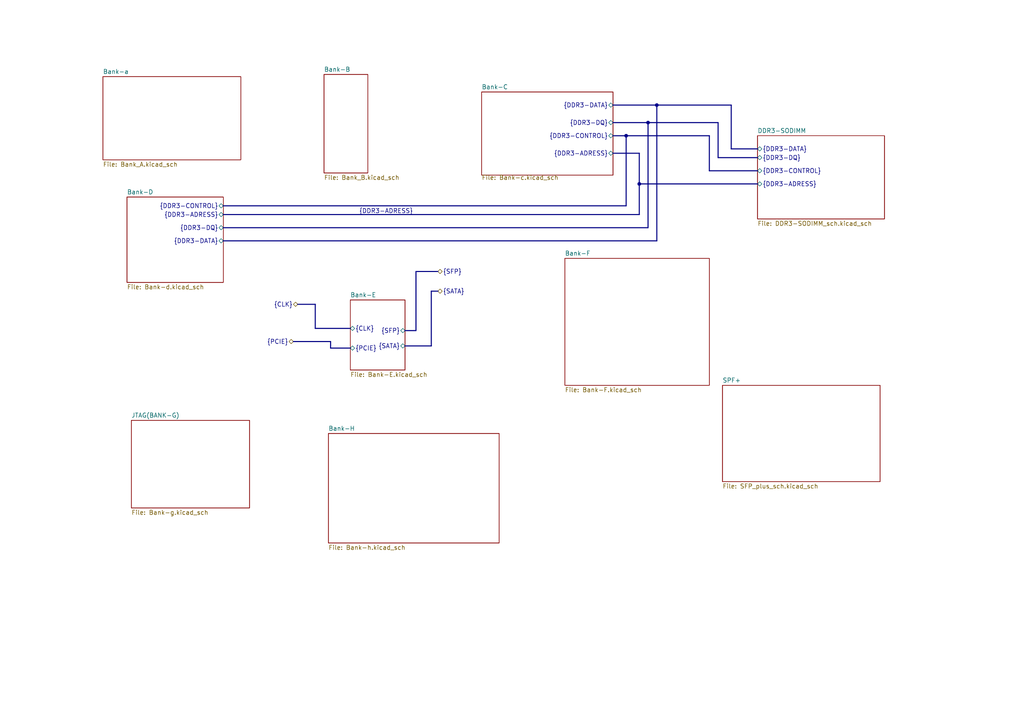
<source format=kicad_sch>
(kicad_sch
	(version 20231120)
	(generator "eeschema")
	(generator_version "8.0")
	(uuid "78f6b765-6b34-429a-bfd7-534442ceb3fa")
	(paper "A4")
	(lib_symbols)
	(junction
		(at 190.5 30.48)
		(diameter 0)
		(color 0 0 0 0)
		(uuid "2b4a6637-01cb-4e24-80e6-bc3173322110")
	)
	(junction
		(at 181.61 39.37)
		(diameter 0)
		(color 0 0 0 0)
		(uuid "9b85d88b-3edf-4536-a7a7-7c39342af647")
	)
	(junction
		(at 185.42 53.34)
		(diameter 0)
		(color 0 0 0 0)
		(uuid "a40c8acb-72b3-4e0f-98b0-d93fc6771e0c")
	)
	(junction
		(at 187.96 35.56)
		(diameter 0)
		(color 0 0 0 0)
		(uuid "e1a85c83-9b63-4080-a2d4-1c4f3532e707")
	)
	(bus
		(pts
			(xy 64.77 69.85) (xy 190.5 69.85)
		)
		(stroke
			(width 0)
			(type default)
		)
		(uuid "11044a44-e81d-4bf2-8ea4-7696ed7188bf")
	)
	(bus
		(pts
			(xy 212.09 43.18) (xy 212.09 30.48)
		)
		(stroke
			(width 0)
			(type default)
		)
		(uuid "125354d4-6c78-4261-9df7-69c93953f3ab")
	)
	(bus
		(pts
			(xy 219.71 43.18) (xy 212.09 43.18)
		)
		(stroke
			(width 0)
			(type default)
		)
		(uuid "1a773fdf-d749-4263-b021-8ae63447fafe")
	)
	(bus
		(pts
			(xy 212.09 30.48) (xy 190.5 30.48)
		)
		(stroke
			(width 0)
			(type default)
		)
		(uuid "1bb62ef2-3e3e-450a-92cd-277ee0587b99")
	)
	(bus
		(pts
			(xy 205.74 49.53) (xy 219.71 49.53)
		)
		(stroke
			(width 0)
			(type default)
		)
		(uuid "26843889-2ec4-48ef-a535-ed7fa3fc4590")
	)
	(bus
		(pts
			(xy 127 78.74) (xy 120.65 78.74)
		)
		(stroke
			(width 0)
			(type default)
		)
		(uuid "2d7c2c03-6ab0-47ec-8e3c-31d774647d48")
	)
	(bus
		(pts
			(xy 91.44 88.265) (xy 86.36 88.265)
		)
		(stroke
			(width 0)
			(type default)
		)
		(uuid "2dd662ac-30db-4e7a-b037-b6b0ccd798b8")
	)
	(bus
		(pts
			(xy 187.96 35.56) (xy 208.28 35.56)
		)
		(stroke
			(width 0)
			(type default)
		)
		(uuid "306e0b20-203c-4e45-92a0-e1c2d910634b")
	)
	(bus
		(pts
			(xy 117.475 100.33) (xy 125.095 100.33)
		)
		(stroke
			(width 0)
			(type default)
		)
		(uuid "5c3f53d6-f3ac-424f-a441-f763639e602e")
	)
	(bus
		(pts
			(xy 101.6 95.25) (xy 91.44 95.25)
		)
		(stroke
			(width 0)
			(type default)
		)
		(uuid "63c62b13-e5bd-471a-b6f1-4411b1e9df1c")
	)
	(bus
		(pts
			(xy 185.42 62.23) (xy 185.42 53.34)
		)
		(stroke
			(width 0)
			(type default)
		)
		(uuid "65d62432-d3f9-4823-99a4-0dc48e6034e8")
	)
	(bus
		(pts
			(xy 208.28 45.72) (xy 219.71 45.72)
		)
		(stroke
			(width 0)
			(type default)
		)
		(uuid "685ad514-01fa-4aa8-b904-01ca7841920c")
	)
	(bus
		(pts
			(xy 190.5 69.85) (xy 190.5 30.48)
		)
		(stroke
			(width 0)
			(type default)
		)
		(uuid "7168e5f0-4f59-4d93-8b63-0f44eb8147e9")
	)
	(bus
		(pts
			(xy 181.61 39.37) (xy 181.61 59.69)
		)
		(stroke
			(width 0)
			(type default)
		)
		(uuid "7d08e46a-3a28-485a-a9ba-fc189da69d51")
	)
	(bus
		(pts
			(xy 177.8 44.45) (xy 185.42 44.45)
		)
		(stroke
			(width 0)
			(type default)
		)
		(uuid "8125254f-03ba-4dab-95f1-7629eb325095")
	)
	(bus
		(pts
			(xy 120.65 95.885) (xy 117.475 95.885)
		)
		(stroke
			(width 0)
			(type default)
		)
		(uuid "8720b47d-06e4-420f-a547-3da3255b4ecd")
	)
	(bus
		(pts
			(xy 64.77 62.23) (xy 185.42 62.23)
		)
		(stroke
			(width 0)
			(type default)
		)
		(uuid "90643242-1b6a-4901-8944-49ced1c91f82")
	)
	(bus
		(pts
			(xy 95.885 99.06) (xy 95.885 100.965)
		)
		(stroke
			(width 0)
			(type default)
		)
		(uuid "995d9f73-b45a-4bd0-846a-ec95a0fac6c0")
	)
	(bus
		(pts
			(xy 64.77 66.04) (xy 187.96 66.04)
		)
		(stroke
			(width 0)
			(type default)
		)
		(uuid "a0d64232-9de0-4b08-b989-01d9a2922672")
	)
	(bus
		(pts
			(xy 185.42 53.34) (xy 219.71 53.34)
		)
		(stroke
			(width 0)
			(type default)
		)
		(uuid "a887d360-b619-40c9-acab-b6ceca5951f4")
	)
	(bus
		(pts
			(xy 205.74 39.37) (xy 205.74 49.53)
		)
		(stroke
			(width 0)
			(type default)
		)
		(uuid "ac7c1422-ef7b-433f-b147-27b51421f87c")
	)
	(bus
		(pts
			(xy 125.095 84.455) (xy 127 84.455)
		)
		(stroke
			(width 0)
			(type default)
		)
		(uuid "af4f855c-9e1e-47cc-9ad5-89c1360e279b")
	)
	(bus
		(pts
			(xy 208.28 35.56) (xy 208.28 45.72)
		)
		(stroke
			(width 0)
			(type default)
		)
		(uuid "c07a75e2-6aab-47ad-9a17-b445ef07a562")
	)
	(bus
		(pts
			(xy 64.77 59.69) (xy 181.61 59.69)
		)
		(stroke
			(width 0)
			(type default)
		)
		(uuid "ca866d3e-4d1d-4aa7-bc84-793ba82cada7")
	)
	(bus
		(pts
			(xy 177.8 35.56) (xy 187.96 35.56)
		)
		(stroke
			(width 0)
			(type default)
		)
		(uuid "cd7aa972-8ae1-4a03-ad10-2f3a8f03b3e1")
	)
	(bus
		(pts
			(xy 91.44 95.25) (xy 91.44 88.265)
		)
		(stroke
			(width 0)
			(type default)
		)
		(uuid "d5a88b01-1538-4814-9ef4-0ba879f42e08")
	)
	(bus
		(pts
			(xy 95.885 100.965) (xy 101.6 100.965)
		)
		(stroke
			(width 0)
			(type default)
		)
		(uuid "daa285ad-a773-41fa-b795-16d0ea56737a")
	)
	(bus
		(pts
			(xy 190.5 30.48) (xy 177.8 30.48)
		)
		(stroke
			(width 0)
			(type default)
		)
		(uuid "e06b81be-859a-4841-8f3a-4f05bb71397c")
	)
	(bus
		(pts
			(xy 125.095 100.33) (xy 125.095 84.455)
		)
		(stroke
			(width 0)
			(type default)
		)
		(uuid "e23fdf4d-ba21-4f7b-9843-244c9b3658d6")
	)
	(bus
		(pts
			(xy 185.42 44.45) (xy 185.42 53.34)
		)
		(stroke
			(width 0)
			(type default)
		)
		(uuid "e4d7be7f-7d5f-4f7b-a801-0bdaef3453e9")
	)
	(bus
		(pts
			(xy 85.09 99.06) (xy 95.885 99.06)
		)
		(stroke
			(width 0)
			(type default)
		)
		(uuid "ea591e93-323d-47f2-a02a-3f24c3e09386")
	)
	(bus
		(pts
			(xy 177.8 39.37) (xy 181.61 39.37)
		)
		(stroke
			(width 0)
			(type default)
		)
		(uuid "f6193310-0956-4edf-ad34-cb3c191744c1")
	)
	(bus
		(pts
			(xy 187.96 66.04) (xy 187.96 35.56)
		)
		(stroke
			(width 0)
			(type default)
		)
		(uuid "f7276115-6a54-4451-97e5-4b80a24190f9")
	)
	(bus
		(pts
			(xy 181.61 39.37) (xy 205.74 39.37)
		)
		(stroke
			(width 0)
			(type default)
		)
		(uuid "fb000e71-8bd4-41cc-aec4-402622d8a671")
	)
	(bus
		(pts
			(xy 120.65 78.74) (xy 120.65 95.885)
		)
		(stroke
			(width 0)
			(type default)
		)
		(uuid "fea8b67f-0233-4f4c-abfe-020bcd4a782e")
	)
	(label "{DDR3-ADRESS}"
		(at 104.14 62.23 0)
		(fields_autoplaced yes)
		(effects
			(font
				(size 1.27 1.27)
			)
			(justify left bottom)
		)
		(uuid "cb9b1e80-988b-4d31-9c0b-eee8b00a4331")
	)
	(hierarchical_label "{CLK}"
		(shape bidirectional)
		(at 86.36 88.265 180)
		(fields_autoplaced yes)
		(effects
			(font
				(size 1.27 1.27)
			)
			(justify right)
		)
		(uuid "50ef775f-025f-4796-9fed-0f8bbb7637de")
	)
	(hierarchical_label "{SATA}"
		(shape bidirectional)
		(at 127 84.455 0)
		(fields_autoplaced yes)
		(effects
			(font
				(size 1.27 1.27)
			)
			(justify left)
		)
		(uuid "73c65f2a-3730-4253-b47e-333eec239e8b")
	)
	(hierarchical_label "{PCIE}"
		(shape bidirectional)
		(at 85.09 99.06 180)
		(fields_autoplaced yes)
		(effects
			(font
				(size 1.27 1.27)
			)
			(justify right)
		)
		(uuid "8c49000e-a00c-4cfe-9bb7-d3aec62e635e")
	)
	(hierarchical_label "{SFP}"
		(shape bidirectional)
		(at 127 78.74 0)
		(fields_autoplaced yes)
		(effects
			(font
				(size 1.27 1.27)
			)
			(justify left)
		)
		(uuid "d0b0fd78-2755-4d29-a4c8-3637dab54a28")
	)
	(sheet
		(at 93.98 21.59)
		(size 12.7 28.575)
		(fields_autoplaced yes)
		(stroke
			(width 0.1524)
			(type solid)
		)
		(fill
			(color 0 0 0 0.0000)
		)
		(uuid "04ec0eb2-6243-446d-88ed-d30e650a8f3c")
		(property "Sheetname" "Bank-B"
			(at 93.98 20.8784 0)
			(effects
				(font
					(size 1.27 1.27)
				)
				(justify left bottom)
			)
		)
		(property "Sheetfile" "Bank_B.kicad_sch"
			(at 93.98 50.7496 0)
			(effects
				(font
					(size 1.27 1.27)
				)
				(justify left top)
			)
		)
		(instances
			(project "PCIexpress_x4_half"
				(path "/b1aa2a0c-f427-4789-8d8c-79113e4e0c38/265f923f-4f95-431b-88c9-cd6a6d8dfcf3"
					(page "13")
				)
			)
		)
	)
	(sheet
		(at 163.83 74.93)
		(size 41.91 36.83)
		(fields_autoplaced yes)
		(stroke
			(width 0.1524)
			(type solid)
		)
		(fill
			(color 0 0 0 0.0000)
		)
		(uuid "08435aae-3db9-4435-baa9-4563517a7fd5")
		(property "Sheetname" "Bank-F"
			(at 163.83 74.2184 0)
			(effects
				(font
					(size 1.27 1.27)
				)
				(justify left bottom)
			)
		)
		(property "Sheetfile" "Bank-F.kicad_sch"
			(at 163.83 112.3446 0)
			(effects
				(font
					(size 1.27 1.27)
				)
				(justify left top)
			)
		)
		(instances
			(project "PCIexpress_x4_half"
				(path "/b1aa2a0c-f427-4789-8d8c-79113e4e0c38/265f923f-4f95-431b-88c9-cd6a6d8dfcf3"
					(page "17")
				)
			)
		)
	)
	(sheet
		(at 38.1 121.92)
		(size 34.29 25.4)
		(fields_autoplaced yes)
		(stroke
			(width 0.1524)
			(type solid)
		)
		(fill
			(color 0 0 0 0.0000)
		)
		(uuid "34d50748-7854-4378-a421-b7e91132e2bc")
		(property "Sheetname" "JTAG(BANK-G)"
			(at 38.1 121.2084 0)
			(effects
				(font
					(size 1.27 1.27)
				)
				(justify left bottom)
			)
		)
		(property "Sheetfile" "Bank-g.kicad_sch"
			(at 38.1 147.9046 0)
			(effects
				(font
					(size 1.27 1.27)
				)
				(justify left top)
			)
		)
		(instances
			(project "PCIexpress_x4_half"
				(path "/b1aa2a0c-f427-4789-8d8c-79113e4e0c38/265f923f-4f95-431b-88c9-cd6a6d8dfcf3"
					(page "20")
				)
			)
		)
	)
	(sheet
		(at 209.55 111.76)
		(size 45.72 27.94)
		(fields_autoplaced yes)
		(stroke
			(width 0.1524)
			(type solid)
		)
		(fill
			(color 0 0 0 0.0000)
		)
		(uuid "41b8512c-2e8f-4f4a-9a20-a5533980b425")
		(property "Sheetname" "SPF+"
			(at 209.55 111.0484 0)
			(effects
				(font
					(size 1.27 1.27)
				)
				(justify left bottom)
			)
		)
		(property "Sheetfile" "SFP_plus_sch.kicad_sch"
			(at 209.55 140.2846 0)
			(effects
				(font
					(size 1.27 1.27)
				)
				(justify left top)
			)
		)
		(instances
			(project "PCIexpress_x4_half"
				(path "/b1aa2a0c-f427-4789-8d8c-79113e4e0c38/265f923f-4f95-431b-88c9-cd6a6d8dfcf3"
					(page "19")
				)
			)
		)
	)
	(sheet
		(at 36.83 57.15)
		(size 27.94 24.765)
		(fields_autoplaced yes)
		(stroke
			(width 0.1524)
			(type solid)
		)
		(fill
			(color 0 0 0 0.0000)
		)
		(uuid "55c8ecff-677e-4ef5-81e1-5fdc6d069502")
		(property "Sheetname" "Bank-D"
			(at 36.83 56.4384 0)
			(effects
				(font
					(size 1.27 1.27)
				)
				(justify left bottom)
			)
		)
		(property "Sheetfile" "Bank-d.kicad_sch"
			(at 36.83 82.4996 0)
			(effects
				(font
					(size 1.27 1.27)
				)
				(justify left top)
			)
		)
		(pin "{DDR3-ADRESS}" bidirectional
			(at 64.77 62.23 0)
			(effects
				(font
					(size 1.27 1.27)
				)
				(justify right)
			)
			(uuid "d6fb4151-e9f2-4e31-9dd5-7cb5995d9fa5")
		)
		(pin "{DDR3-CONTROL}" bidirectional
			(at 64.77 59.69 0)
			(effects
				(font
					(size 1.27 1.27)
				)
				(justify right)
			)
			(uuid "efed8c53-550b-4e56-a033-d6f5fdc40994")
		)
		(pin "{DDR3-DQ}" bidirectional
			(at 64.77 66.04 0)
			(effects
				(font
					(size 1.27 1.27)
				)
				(justify right)
			)
			(uuid "8c44931d-d733-4986-9e11-a7b1b5eac11b")
		)
		(pin "{DDR3-DATA}" bidirectional
			(at 64.77 69.85 0)
			(effects
				(font
					(size 1.27 1.27)
				)
				(justify right)
			)
			(uuid "9828a476-bc2f-46f1-9ccc-6a2701fca4c7")
		)
		(instances
			(project "PCIexpress_x4_half"
				(path "/b1aa2a0c-f427-4789-8d8c-79113e4e0c38/265f923f-4f95-431b-88c9-cd6a6d8dfcf3"
					(page "15")
				)
			)
		)
	)
	(sheet
		(at 29.845 22.225)
		(size 40.005 24.13)
		(fields_autoplaced yes)
		(stroke
			(width 0.1524)
			(type solid)
		)
		(fill
			(color 0 0 0 0.0000)
		)
		(uuid "9aa66273-0f05-445b-b171-46e32221917b")
		(property "Sheetname" "Bank-a"
			(at 29.845 21.5134 0)
			(effects
				(font
					(size 1.27 1.27)
				)
				(justify left bottom)
			)
		)
		(property "Sheetfile" "Bank_A.kicad_sch"
			(at 29.845 46.9396 0)
			(effects
				(font
					(size 1.27 1.27)
				)
				(justify left top)
			)
		)
		(instances
			(project "PCIexpress_x4_half"
				(path "/b1aa2a0c-f427-4789-8d8c-79113e4e0c38/265f923f-4f95-431b-88c9-cd6a6d8dfcf3"
					(page "12")
				)
			)
		)
	)
	(sheet
		(at 219.71 39.37)
		(size 36.83 24.13)
		(fields_autoplaced yes)
		(stroke
			(width 0.1524)
			(type solid)
		)
		(fill
			(color 0 0 0 0.0000)
		)
		(uuid "9f2f3852-f925-47af-b1aa-87e0c445eadf")
		(property "Sheetname" "DDR3-SODIMM"
			(at 219.71 38.6584 0)
			(effects
				(font
					(size 1.27 1.27)
				)
				(justify left bottom)
			)
		)
		(property "Sheetfile" "DDR3-SODIMM_sch.kicad_sch"
			(at 219.71 64.0846 0)
			(effects
				(font
					(size 1.27 1.27)
				)
				(justify left top)
			)
		)
		(pin "{DDR3-ADRESS}" bidirectional
			(at 219.71 53.34 180)
			(effects
				(font
					(size 1.27 1.27)
				)
				(justify left)
			)
			(uuid "6f048bf5-b779-45ec-aedd-21441e829f7f")
		)
		(pin "{DDR3-DQ}" bidirectional
			(at 219.71 45.72 180)
			(effects
				(font
					(size 1.27 1.27)
				)
				(justify left)
			)
			(uuid "7770ac80-9f8c-43a1-b808-888492d9c793")
		)
		(pin "{DDR3-DATA}" bidirectional
			(at 219.71 43.18 180)
			(effects
				(font
					(size 1.27 1.27)
				)
				(justify left)
			)
			(uuid "44f5baa7-af69-48e5-98a9-c761aef6426c")
		)
		(pin "{DDR3-CONTROL}" bidirectional
			(at 219.71 49.53 180)
			(effects
				(font
					(size 1.27 1.27)
				)
				(justify left)
			)
			(uuid "17fdd54f-b6a6-4d2b-ad2f-4fcce3f83c06")
		)
		(instances
			(project "PCIexpress_x4_half"
				(path "/b1aa2a0c-f427-4789-8d8c-79113e4e0c38/265f923f-4f95-431b-88c9-cd6a6d8dfcf3"
					(page "20")
				)
			)
		)
	)
	(sheet
		(at 95.25 125.73)
		(size 49.53 31.75)
		(fields_autoplaced yes)
		(stroke
			(width 0.1524)
			(type solid)
		)
		(fill
			(color 0 0 0 0.0000)
		)
		(uuid "bd1c6be8-5f88-4abb-98b2-84cbc0a9277b")
		(property "Sheetname" "Bank-H"
			(at 95.25 125.0184 0)
			(effects
				(font
					(size 1.27 1.27)
				)
				(justify left bottom)
			)
		)
		(property "Sheetfile" "Bank-h.kicad_sch"
			(at 95.25 158.0646 0)
			(effects
				(font
					(size 1.27 1.27)
				)
				(justify left top)
			)
		)
		(instances
			(project "PCIexpress_x4_half"
				(path "/b1aa2a0c-f427-4789-8d8c-79113e4e0c38/265f923f-4f95-431b-88c9-cd6a6d8dfcf3"
					(page "18")
				)
			)
		)
	)
	(sheet
		(at 139.7 26.67)
		(size 38.1 24.13)
		(fields_autoplaced yes)
		(stroke
			(width 0.1524)
			(type solid)
		)
		(fill
			(color 0 0 0 0.0000)
		)
		(uuid "c3913946-9fa4-493a-b220-a6f405fc048e")
		(property "Sheetname" "Bank-C"
			(at 139.7 25.9584 0)
			(effects
				(font
					(size 1.27 1.27)
				)
				(justify left bottom)
			)
		)
		(property "Sheetfile" "Bank-c.kicad_sch"
			(at 139.7 50.7496 0)
			(effects
				(font
					(size 1.27 1.27)
				)
				(justify left top)
			)
		)
		(pin "{DDR3-CONTROL}" bidirectional
			(at 177.8 39.37 0)
			(effects
				(font
					(size 1.27 1.27)
				)
				(justify right)
			)
			(uuid "6edb4a79-de22-40a6-954e-6a84d8fab007")
		)
		(pin "{DDR3-ADRESS}" bidirectional
			(at 177.8 44.45 0)
			(effects
				(font
					(size 1.27 1.27)
				)
				(justify right)
			)
			(uuid "f589fa61-c49e-4793-a53d-34886a1939d2")
		)
		(pin "{DDR3-DQ}" bidirectional
			(at 177.8 35.56 0)
			(effects
				(font
					(size 1.27 1.27)
				)
				(justify right)
			)
			(uuid "7319c979-b83b-412b-ac79-ec3c542da5eb")
		)
		(pin "{DDR3-DATA}" bidirectional
			(at 177.8 30.48 0)
			(effects
				(font
					(size 1.27 1.27)
				)
				(justify right)
			)
			(uuid "97708798-d965-481f-a310-8b05311968db")
		)
		(instances
			(project "PCIexpress_x4_half"
				(path "/b1aa2a0c-f427-4789-8d8c-79113e4e0c38/265f923f-4f95-431b-88c9-cd6a6d8dfcf3"
					(page "14")
				)
			)
		)
	)
	(sheet
		(at 101.6 86.995)
		(size 15.875 20.32)
		(fields_autoplaced yes)
		(stroke
			(width 0.1524)
			(type solid)
		)
		(fill
			(color 0 0 0 0.0000)
		)
		(uuid "f12c0fa7-e258-4503-8b5a-3c649ffdfd2e")
		(property "Sheetname" "Bank-E"
			(at 101.6 86.2834 0)
			(effects
				(font
					(size 1.27 1.27)
				)
				(justify left bottom)
			)
		)
		(property "Sheetfile" "Bank-E.kicad_sch"
			(at 101.6 107.8996 0)
			(effects
				(font
					(size 1.27 1.27)
				)
				(justify left top)
			)
		)
		(pin "{PCIE}" bidirectional
			(at 101.6 100.965 180)
			(effects
				(font
					(size 1.27 1.27)
				)
				(justify left)
			)
			(uuid "48e4f1ba-a619-42f1-bf02-535bfc48bf12")
		)
		(pin "{SFP}" bidirectional
			(at 117.475 95.885 0)
			(effects
				(font
					(size 1.27 1.27)
				)
				(justify right)
			)
			(uuid "8aa7e095-b2d4-4058-967d-4657efba953e")
		)
		(pin "{SATA}" bidirectional
			(at 117.475 100.33 0)
			(effects
				(font
					(size 1.27 1.27)
				)
				(justify right)
			)
			(uuid "aa98404e-5157-4604-856c-165075c252cd")
		)
		(pin "{CLK}" bidirectional
			(at 101.6 95.25 180)
			(effects
				(font
					(size 1.27 1.27)
				)
				(justify left)
			)
			(uuid "742d1b5f-e333-4aa7-93de-50da09019fbc")
		)
		(instances
			(project "PCIexpress_x4_half"
				(path "/b1aa2a0c-f427-4789-8d8c-79113e4e0c38/265f923f-4f95-431b-88c9-cd6a6d8dfcf3"
					(page "16")
				)
			)
		)
	)
)

</source>
